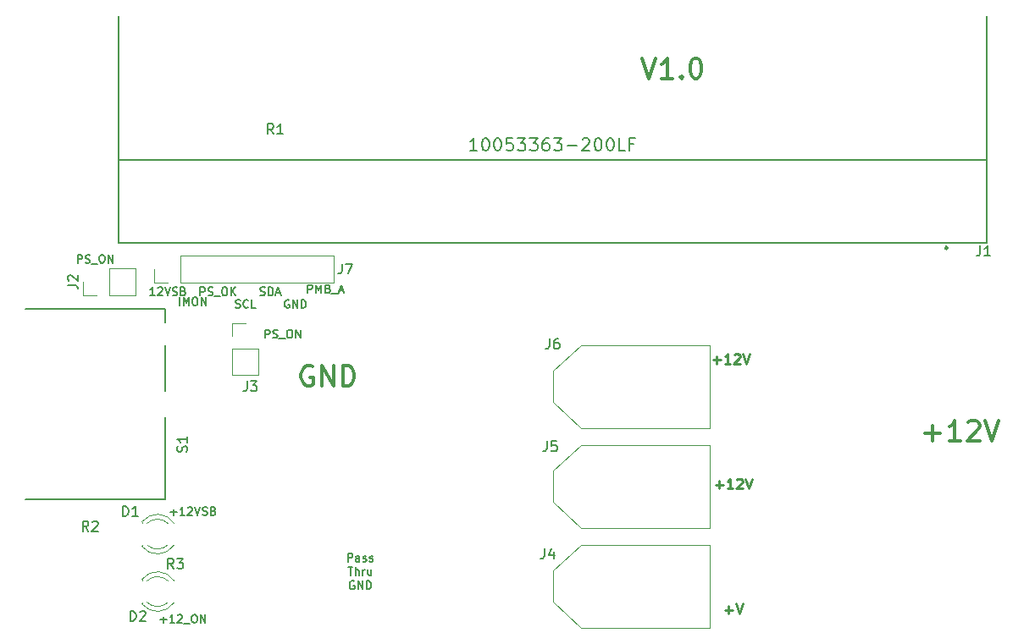
<source format=gbr>
G04 #@! TF.GenerationSoftware,KiCad,Pcbnew,(5.1.6)-1*
G04 #@! TF.CreationDate,2020-09-29T23:02:07-04:00*
G04 #@! TF.ProjectId,HP_power_supply_breakout,48505f70-6f77-4657-925f-737570706c79,rev?*
G04 #@! TF.SameCoordinates,Original*
G04 #@! TF.FileFunction,Legend,Top*
G04 #@! TF.FilePolarity,Positive*
%FSLAX46Y46*%
G04 Gerber Fmt 4.6, Leading zero omitted, Abs format (unit mm)*
G04 Created by KiCad (PCBNEW (5.1.6)-1) date 2020-09-29 23:02:07*
%MOMM*%
%LPD*%
G01*
G04 APERTURE LIST*
%ADD10C,0.152400*%
%ADD11C,0.300000*%
%ADD12C,0.250000*%
%ADD13C,0.150000*%
%ADD14C,0.120000*%
G04 APERTURE END LIST*
D10*
X-24241714Y4382304D02*
X-24241714Y5195104D01*
X-23932076Y5195104D01*
X-23854666Y5156400D01*
X-23815961Y5117695D01*
X-23777257Y5040285D01*
X-23777257Y4924171D01*
X-23815961Y4846761D01*
X-23854666Y4808057D01*
X-23932076Y4769352D01*
X-24241714Y4769352D01*
X-23428914Y4382304D02*
X-23428914Y5195104D01*
X-23157980Y4614533D01*
X-22887047Y5195104D01*
X-22887047Y4382304D01*
X-22229066Y4808057D02*
X-22112952Y4769352D01*
X-22074247Y4730647D01*
X-22035542Y4653238D01*
X-22035542Y4537123D01*
X-22074247Y4459714D01*
X-22112952Y4421009D01*
X-22190361Y4382304D01*
X-22500000Y4382304D01*
X-22500000Y5195104D01*
X-22229066Y5195104D01*
X-22151657Y5156400D01*
X-22112952Y5117695D01*
X-22074247Y5040285D01*
X-22074247Y4962876D01*
X-22112952Y4885466D01*
X-22151657Y4846761D01*
X-22229066Y4808057D01*
X-22500000Y4808057D01*
X-21880723Y4304895D02*
X-21261447Y4304895D01*
X-21106628Y4614533D02*
X-20719580Y4614533D01*
X-21184038Y4382304D02*
X-20913104Y5195104D01*
X-20642171Y4382304D01*
X-26119276Y3656400D02*
X-26196685Y3695104D01*
X-26312800Y3695104D01*
X-26428914Y3656400D01*
X-26506323Y3578990D01*
X-26545028Y3501580D01*
X-26583733Y3346761D01*
X-26583733Y3230647D01*
X-26545028Y3075828D01*
X-26506323Y2998419D01*
X-26428914Y2921009D01*
X-26312800Y2882304D01*
X-26235390Y2882304D01*
X-26119276Y2921009D01*
X-26080571Y2959714D01*
X-26080571Y3230647D01*
X-26235390Y3230647D01*
X-25732228Y2882304D02*
X-25732228Y3695104D01*
X-25267771Y2882304D01*
X-25267771Y3695104D01*
X-24880723Y2882304D02*
X-24880723Y3695104D01*
X-24687200Y3695104D01*
X-24571085Y3656400D01*
X-24493676Y3578990D01*
X-24454971Y3501580D01*
X-24416266Y3346761D01*
X-24416266Y3230647D01*
X-24454971Y3075828D01*
X-24493676Y2998419D01*
X-24571085Y2921009D01*
X-24687200Y2882304D01*
X-24880723Y2882304D01*
X-28986971Y4171009D02*
X-28870857Y4132304D01*
X-28677333Y4132304D01*
X-28599923Y4171009D01*
X-28561219Y4209714D01*
X-28522514Y4287123D01*
X-28522514Y4364533D01*
X-28561219Y4441942D01*
X-28599923Y4480647D01*
X-28677333Y4519352D01*
X-28832152Y4558057D01*
X-28909561Y4596761D01*
X-28948266Y4635466D01*
X-28986971Y4712876D01*
X-28986971Y4790285D01*
X-28948266Y4867695D01*
X-28909561Y4906400D01*
X-28832152Y4945104D01*
X-28638628Y4945104D01*
X-28522514Y4906400D01*
X-28174171Y4132304D02*
X-28174171Y4945104D01*
X-27980647Y4945104D01*
X-27864533Y4906400D01*
X-27787123Y4828990D01*
X-27748419Y4751580D01*
X-27709714Y4596761D01*
X-27709714Y4480647D01*
X-27748419Y4325828D01*
X-27787123Y4248419D01*
X-27864533Y4171009D01*
X-27980647Y4132304D01*
X-28174171Y4132304D01*
X-27400076Y4364533D02*
X-27013028Y4364533D01*
X-27477485Y4132304D02*
X-27206552Y4945104D01*
X-26935619Y4132304D01*
X-31467619Y2921009D02*
X-31351504Y2882304D01*
X-31157980Y2882304D01*
X-31080571Y2921009D01*
X-31041866Y2959714D01*
X-31003161Y3037123D01*
X-31003161Y3114533D01*
X-31041866Y3191942D01*
X-31080571Y3230647D01*
X-31157980Y3269352D01*
X-31312800Y3308057D01*
X-31390209Y3346761D01*
X-31428914Y3385466D01*
X-31467619Y3462876D01*
X-31467619Y3540285D01*
X-31428914Y3617695D01*
X-31390209Y3656400D01*
X-31312800Y3695104D01*
X-31119276Y3695104D01*
X-31003161Y3656400D01*
X-30190361Y2959714D02*
X-30229066Y2921009D01*
X-30345180Y2882304D01*
X-30422590Y2882304D01*
X-30538704Y2921009D01*
X-30616114Y2998419D01*
X-30654819Y3075828D01*
X-30693523Y3230647D01*
X-30693523Y3346761D01*
X-30654819Y3501580D01*
X-30616114Y3578990D01*
X-30538704Y3656400D01*
X-30422590Y3695104D01*
X-30345180Y3695104D01*
X-30229066Y3656400D01*
X-30190361Y3617695D01*
X-29454971Y2882304D02*
X-29842019Y2882304D01*
X-29842019Y3695104D01*
X-34991714Y4132304D02*
X-34991714Y4945104D01*
X-34682076Y4945104D01*
X-34604666Y4906400D01*
X-34565961Y4867695D01*
X-34527257Y4790285D01*
X-34527257Y4674171D01*
X-34565961Y4596761D01*
X-34604666Y4558057D01*
X-34682076Y4519352D01*
X-34991714Y4519352D01*
X-34217619Y4171009D02*
X-34101504Y4132304D01*
X-33907980Y4132304D01*
X-33830571Y4171009D01*
X-33791866Y4209714D01*
X-33753161Y4287123D01*
X-33753161Y4364533D01*
X-33791866Y4441942D01*
X-33830571Y4480647D01*
X-33907980Y4519352D01*
X-34062800Y4558057D01*
X-34140209Y4596761D01*
X-34178914Y4635466D01*
X-34217619Y4712876D01*
X-34217619Y4790285D01*
X-34178914Y4867695D01*
X-34140209Y4906400D01*
X-34062800Y4945104D01*
X-33869276Y4945104D01*
X-33753161Y4906400D01*
X-33598342Y4054895D02*
X-32979066Y4054895D01*
X-32630723Y4945104D02*
X-32475904Y4945104D01*
X-32398495Y4906400D01*
X-32321085Y4828990D01*
X-32282380Y4674171D01*
X-32282380Y4403238D01*
X-32321085Y4248419D01*
X-32398495Y4171009D01*
X-32475904Y4132304D01*
X-32630723Y4132304D01*
X-32708133Y4171009D01*
X-32785542Y4248419D01*
X-32824247Y4403238D01*
X-32824247Y4674171D01*
X-32785542Y4828990D01*
X-32708133Y4906400D01*
X-32630723Y4945104D01*
X-31934038Y4132304D02*
X-31934038Y4945104D01*
X-31469580Y4132304D02*
X-31817923Y4596761D01*
X-31469580Y4945104D02*
X-31934038Y4480647D01*
X-37065961Y3132304D02*
X-37065961Y3945104D01*
X-36678914Y3132304D02*
X-36678914Y3945104D01*
X-36407980Y3364533D01*
X-36137047Y3945104D01*
X-36137047Y3132304D01*
X-35595180Y3945104D02*
X-35440361Y3945104D01*
X-35362952Y3906400D01*
X-35285542Y3828990D01*
X-35246838Y3674171D01*
X-35246838Y3403238D01*
X-35285542Y3248419D01*
X-35362952Y3171009D01*
X-35440361Y3132304D01*
X-35595180Y3132304D01*
X-35672590Y3171009D01*
X-35750000Y3248419D01*
X-35788704Y3403238D01*
X-35788704Y3674171D01*
X-35750000Y3828990D01*
X-35672590Y3906400D01*
X-35595180Y3945104D01*
X-34898495Y3132304D02*
X-34898495Y3945104D01*
X-34434038Y3132304D01*
X-34434038Y3945104D01*
X-39546609Y4132304D02*
X-40011066Y4132304D01*
X-39778838Y4132304D02*
X-39778838Y4945104D01*
X-39856247Y4828990D01*
X-39933657Y4751580D01*
X-40011066Y4712876D01*
X-39236971Y4867695D02*
X-39198266Y4906400D01*
X-39120857Y4945104D01*
X-38927333Y4945104D01*
X-38849923Y4906400D01*
X-38811219Y4867695D01*
X-38772514Y4790285D01*
X-38772514Y4712876D01*
X-38811219Y4596761D01*
X-39275676Y4132304D01*
X-38772514Y4132304D01*
X-38540285Y4945104D02*
X-38269352Y4132304D01*
X-37998419Y4945104D01*
X-37766190Y4171009D02*
X-37650076Y4132304D01*
X-37456552Y4132304D01*
X-37379142Y4171009D01*
X-37340438Y4209714D01*
X-37301733Y4287123D01*
X-37301733Y4364533D01*
X-37340438Y4441942D01*
X-37379142Y4480647D01*
X-37456552Y4519352D01*
X-37611371Y4558057D01*
X-37688780Y4596761D01*
X-37727485Y4635466D01*
X-37766190Y4712876D01*
X-37766190Y4790285D01*
X-37727485Y4867695D01*
X-37688780Y4906400D01*
X-37611371Y4945104D01*
X-37417847Y4945104D01*
X-37301733Y4906400D01*
X-36682457Y4558057D02*
X-36566342Y4519352D01*
X-36527638Y4480647D01*
X-36488933Y4403238D01*
X-36488933Y4287123D01*
X-36527638Y4209714D01*
X-36566342Y4171009D01*
X-36643752Y4132304D01*
X-36953390Y4132304D01*
X-36953390Y4945104D01*
X-36682457Y4945104D01*
X-36605047Y4906400D01*
X-36566342Y4867695D01*
X-36527638Y4790285D01*
X-36527638Y4712876D01*
X-36566342Y4635466D01*
X-36605047Y4596761D01*
X-36682457Y4558057D01*
X-36953390Y4558057D01*
D11*
X9202380Y27845238D02*
X9869047Y25845238D01*
X10535714Y27845238D01*
X12250000Y25845238D02*
X11107142Y25845238D01*
X11678571Y25845238D02*
X11678571Y27845238D01*
X11488095Y27559523D01*
X11297619Y27369047D01*
X11107142Y27273809D01*
X13107142Y26035714D02*
X13202380Y25940476D01*
X13107142Y25845238D01*
X13011904Y25940476D01*
X13107142Y26035714D01*
X13107142Y25845238D01*
X14440476Y27845238D02*
X14630952Y27845238D01*
X14821428Y27750000D01*
X14916666Y27654761D01*
X15011904Y27464285D01*
X15107142Y27083333D01*
X15107142Y26607142D01*
X15011904Y26226190D01*
X14916666Y26035714D01*
X14821428Y25940476D01*
X14630952Y25845238D01*
X14440476Y25845238D01*
X14250000Y25940476D01*
X14154761Y26035714D01*
X14059523Y26226190D01*
X13964285Y26607142D01*
X13964285Y27083333D01*
X14059523Y27464285D01*
X14154761Y27654761D01*
X14250000Y27750000D01*
X14440476Y27845238D01*
X37476190Y-9642857D02*
X39000000Y-9642857D01*
X38238095Y-10404761D02*
X38238095Y-8880952D01*
X41000000Y-10404761D02*
X39857142Y-10404761D01*
X40428571Y-10404761D02*
X40428571Y-8404761D01*
X40238095Y-8690476D01*
X40047619Y-8880952D01*
X39857142Y-8976190D01*
X41761904Y-8595238D02*
X41857142Y-8500000D01*
X42047619Y-8404761D01*
X42523809Y-8404761D01*
X42714285Y-8500000D01*
X42809523Y-8595238D01*
X42904761Y-8785714D01*
X42904761Y-8976190D01*
X42809523Y-9261904D01*
X41666666Y-10404761D01*
X42904761Y-10404761D01*
X43476190Y-8404761D02*
X44142857Y-10404761D01*
X44809523Y-8404761D01*
D12*
X17440476Y-27321428D02*
X18202380Y-27321428D01*
X17821428Y-27702380D02*
X17821428Y-26940476D01*
X18535714Y-26702380D02*
X18869047Y-27702380D01*
X19202380Y-26702380D01*
X16488095Y-14821428D02*
X17250000Y-14821428D01*
X16869047Y-15202380D02*
X16869047Y-14440476D01*
X18250000Y-15202380D02*
X17678571Y-15202380D01*
X17964285Y-15202380D02*
X17964285Y-14202380D01*
X17869047Y-14345238D01*
X17773809Y-14440476D01*
X17678571Y-14488095D01*
X18630952Y-14297619D02*
X18678571Y-14250000D01*
X18773809Y-14202380D01*
X19011904Y-14202380D01*
X19107142Y-14250000D01*
X19154761Y-14297619D01*
X19202380Y-14392857D01*
X19202380Y-14488095D01*
X19154761Y-14630952D01*
X18583333Y-15202380D01*
X19202380Y-15202380D01*
X19488095Y-14202380D02*
X19821428Y-15202380D01*
X20154761Y-14202380D01*
X16238095Y-2321428D02*
X17000000Y-2321428D01*
X16619047Y-2702380D02*
X16619047Y-1940476D01*
X18000000Y-2702380D02*
X17428571Y-2702380D01*
X17714285Y-2702380D02*
X17714285Y-1702380D01*
X17619047Y-1845238D01*
X17523809Y-1940476D01*
X17428571Y-1988095D01*
X18380952Y-1797619D02*
X18428571Y-1750000D01*
X18523809Y-1702380D01*
X18761904Y-1702380D01*
X18857142Y-1750000D01*
X18904761Y-1797619D01*
X18952380Y-1892857D01*
X18952380Y-1988095D01*
X18904761Y-2130952D01*
X18333333Y-2702380D01*
X18952380Y-2702380D01*
X19238095Y-1702380D02*
X19571428Y-2702380D01*
X19904761Y-1702380D01*
D10*
X-28511066Y-117695D02*
X-28511066Y695104D01*
X-28201428Y695104D01*
X-28124019Y656400D01*
X-28085314Y617695D01*
X-28046609Y540285D01*
X-28046609Y424171D01*
X-28085314Y346761D01*
X-28124019Y308057D01*
X-28201428Y269352D01*
X-28511066Y269352D01*
X-27736971Y-78990D02*
X-27620857Y-117695D01*
X-27427333Y-117695D01*
X-27349923Y-78990D01*
X-27311219Y-40285D01*
X-27272514Y37123D01*
X-27272514Y114533D01*
X-27311219Y191942D01*
X-27349923Y230647D01*
X-27427333Y269352D01*
X-27582152Y308057D01*
X-27659561Y346761D01*
X-27698266Y385466D01*
X-27736971Y462876D01*
X-27736971Y540285D01*
X-27698266Y617695D01*
X-27659561Y656400D01*
X-27582152Y695104D01*
X-27388628Y695104D01*
X-27272514Y656400D01*
X-27117695Y-195104D02*
X-26498419Y-195104D01*
X-26150076Y695104D02*
X-25995257Y695104D01*
X-25917847Y656400D01*
X-25840438Y578990D01*
X-25801733Y424171D01*
X-25801733Y153238D01*
X-25840438Y-1580D01*
X-25917847Y-78990D01*
X-25995257Y-117695D01*
X-26150076Y-117695D01*
X-26227485Y-78990D01*
X-26304895Y-1580D01*
X-26343600Y153238D01*
X-26343600Y424171D01*
X-26304895Y578990D01*
X-26227485Y656400D01*
X-26150076Y695104D01*
X-25453390Y-117695D02*
X-25453390Y695104D01*
X-24988933Y-117695D01*
X-24988933Y695104D01*
X-38994876Y-28308057D02*
X-38375600Y-28308057D01*
X-38685238Y-28617695D02*
X-38685238Y-27998419D01*
X-37562800Y-28617695D02*
X-38027257Y-28617695D01*
X-37795028Y-28617695D02*
X-37795028Y-27804895D01*
X-37872438Y-27921009D01*
X-37949847Y-27998419D01*
X-38027257Y-28037123D01*
X-37253161Y-27882304D02*
X-37214457Y-27843600D01*
X-37137047Y-27804895D01*
X-36943523Y-27804895D01*
X-36866114Y-27843600D01*
X-36827409Y-27882304D01*
X-36788704Y-27959714D01*
X-36788704Y-28037123D01*
X-36827409Y-28153238D01*
X-37291866Y-28617695D01*
X-36788704Y-28617695D01*
X-36633885Y-28695104D02*
X-36014609Y-28695104D01*
X-35666266Y-27804895D02*
X-35511447Y-27804895D01*
X-35434038Y-27843600D01*
X-35356628Y-27921009D01*
X-35317923Y-28075828D01*
X-35317923Y-28346761D01*
X-35356628Y-28501580D01*
X-35434038Y-28578990D01*
X-35511447Y-28617695D01*
X-35666266Y-28617695D01*
X-35743676Y-28578990D01*
X-35821085Y-28501580D01*
X-35859790Y-28346761D01*
X-35859790Y-28075828D01*
X-35821085Y-27921009D01*
X-35743676Y-27843600D01*
X-35666266Y-27804895D01*
X-34969580Y-28617695D02*
X-34969580Y-27804895D01*
X-34505123Y-28617695D01*
X-34505123Y-27804895D01*
X-37975523Y-17558057D02*
X-37356247Y-17558057D01*
X-37665885Y-17867695D02*
X-37665885Y-17248419D01*
X-36543447Y-17867695D02*
X-37007904Y-17867695D01*
X-36775676Y-17867695D02*
X-36775676Y-17054895D01*
X-36853085Y-17171009D01*
X-36930495Y-17248419D01*
X-37007904Y-17287123D01*
X-36233809Y-17132304D02*
X-36195104Y-17093600D01*
X-36117695Y-17054895D01*
X-35924171Y-17054895D01*
X-35846761Y-17093600D01*
X-35808057Y-17132304D01*
X-35769352Y-17209714D01*
X-35769352Y-17287123D01*
X-35808057Y-17403238D01*
X-36272514Y-17867695D01*
X-35769352Y-17867695D01*
X-35537123Y-17054895D02*
X-35266190Y-17867695D01*
X-34995257Y-17054895D01*
X-34763028Y-17828990D02*
X-34646914Y-17867695D01*
X-34453390Y-17867695D01*
X-34375980Y-17828990D01*
X-34337276Y-17790285D01*
X-34298571Y-17712876D01*
X-34298571Y-17635466D01*
X-34337276Y-17558057D01*
X-34375980Y-17519352D01*
X-34453390Y-17480647D01*
X-34608209Y-17441942D01*
X-34685619Y-17403238D01*
X-34724323Y-17364533D01*
X-34763028Y-17287123D01*
X-34763028Y-17209714D01*
X-34724323Y-17132304D01*
X-34685619Y-17093600D01*
X-34608209Y-17054895D01*
X-34414685Y-17054895D01*
X-34298571Y-17093600D01*
X-33679295Y-17441942D02*
X-33563180Y-17480647D01*
X-33524476Y-17519352D01*
X-33485771Y-17596761D01*
X-33485771Y-17712876D01*
X-33524476Y-17790285D01*
X-33563180Y-17828990D01*
X-33640590Y-17867695D01*
X-33950228Y-17867695D01*
X-33950228Y-17054895D01*
X-33679295Y-17054895D01*
X-33601885Y-17093600D01*
X-33563180Y-17132304D01*
X-33524476Y-17209714D01*
X-33524476Y-17287123D01*
X-33563180Y-17364533D01*
X-33601885Y-17403238D01*
X-33679295Y-17441942D01*
X-33950228Y-17441942D01*
X-47261066Y7382304D02*
X-47261066Y8195104D01*
X-46951428Y8195104D01*
X-46874019Y8156400D01*
X-46835314Y8117695D01*
X-46796609Y8040285D01*
X-46796609Y7924171D01*
X-46835314Y7846761D01*
X-46874019Y7808057D01*
X-46951428Y7769352D01*
X-47261066Y7769352D01*
X-46486971Y7421009D02*
X-46370857Y7382304D01*
X-46177333Y7382304D01*
X-46099923Y7421009D01*
X-46061219Y7459714D01*
X-46022514Y7537123D01*
X-46022514Y7614533D01*
X-46061219Y7691942D01*
X-46099923Y7730647D01*
X-46177333Y7769352D01*
X-46332152Y7808057D01*
X-46409561Y7846761D01*
X-46448266Y7885466D01*
X-46486971Y7962876D01*
X-46486971Y8040285D01*
X-46448266Y8117695D01*
X-46409561Y8156400D01*
X-46332152Y8195104D01*
X-46138628Y8195104D01*
X-46022514Y8156400D01*
X-45867695Y7304895D02*
X-45248419Y7304895D01*
X-44900076Y8195104D02*
X-44745257Y8195104D01*
X-44667847Y8156400D01*
X-44590438Y8078990D01*
X-44551733Y7924171D01*
X-44551733Y7653238D01*
X-44590438Y7498419D01*
X-44667847Y7421009D01*
X-44745257Y7382304D01*
X-44900076Y7382304D01*
X-44977485Y7421009D01*
X-45054895Y7498419D01*
X-45093600Y7653238D01*
X-45093600Y7924171D01*
X-45054895Y8078990D01*
X-44977485Y8156400D01*
X-44900076Y8195104D01*
X-44203390Y7382304D02*
X-44203390Y8195104D01*
X-43738933Y7382304D01*
X-43738933Y8195104D01*
X-20238552Y-22496095D02*
X-20238552Y-21683295D01*
X-19928914Y-21683295D01*
X-19851504Y-21722000D01*
X-19812800Y-21760704D01*
X-19774095Y-21838114D01*
X-19774095Y-21954228D01*
X-19812800Y-22031638D01*
X-19851504Y-22070342D01*
X-19928914Y-22109047D01*
X-20238552Y-22109047D01*
X-19077409Y-22496095D02*
X-19077409Y-22070342D01*
X-19116114Y-21992933D01*
X-19193523Y-21954228D01*
X-19348342Y-21954228D01*
X-19425752Y-21992933D01*
X-19077409Y-22457390D02*
X-19154819Y-22496095D01*
X-19348342Y-22496095D01*
X-19425752Y-22457390D01*
X-19464457Y-22379980D01*
X-19464457Y-22302571D01*
X-19425752Y-22225161D01*
X-19348342Y-22186457D01*
X-19154819Y-22186457D01*
X-19077409Y-22147752D01*
X-18729066Y-22457390D02*
X-18651657Y-22496095D01*
X-18496838Y-22496095D01*
X-18419428Y-22457390D01*
X-18380723Y-22379980D01*
X-18380723Y-22341276D01*
X-18419428Y-22263866D01*
X-18496838Y-22225161D01*
X-18612952Y-22225161D01*
X-18690361Y-22186457D01*
X-18729066Y-22109047D01*
X-18729066Y-22070342D01*
X-18690361Y-21992933D01*
X-18612952Y-21954228D01*
X-18496838Y-21954228D01*
X-18419428Y-21992933D01*
X-18071085Y-22457390D02*
X-17993676Y-22496095D01*
X-17838857Y-22496095D01*
X-17761447Y-22457390D01*
X-17722742Y-22379980D01*
X-17722742Y-22341276D01*
X-17761447Y-22263866D01*
X-17838857Y-22225161D01*
X-17954971Y-22225161D01*
X-18032380Y-22186457D01*
X-18071085Y-22109047D01*
X-18071085Y-22070342D01*
X-18032380Y-21992933D01*
X-17954971Y-21954228D01*
X-17838857Y-21954228D01*
X-17761447Y-21992933D01*
X-20219200Y-23054895D02*
X-19754742Y-23054895D01*
X-19986971Y-23867695D02*
X-19986971Y-23054895D01*
X-19483809Y-23867695D02*
X-19483809Y-23054895D01*
X-19135466Y-23867695D02*
X-19135466Y-23441942D01*
X-19174171Y-23364533D01*
X-19251580Y-23325828D01*
X-19367695Y-23325828D01*
X-19445104Y-23364533D01*
X-19483809Y-23403238D01*
X-18748419Y-23867695D02*
X-18748419Y-23325828D01*
X-18748419Y-23480647D02*
X-18709714Y-23403238D01*
X-18671009Y-23364533D01*
X-18593600Y-23325828D01*
X-18516190Y-23325828D01*
X-17896914Y-23325828D02*
X-17896914Y-23867695D01*
X-18245257Y-23325828D02*
X-18245257Y-23751580D01*
X-18206552Y-23828990D01*
X-18129142Y-23867695D01*
X-18013028Y-23867695D01*
X-17935619Y-23828990D01*
X-17896914Y-23790285D01*
X-19619276Y-24465200D02*
X-19696685Y-24426495D01*
X-19812800Y-24426495D01*
X-19928914Y-24465200D01*
X-20006323Y-24542609D01*
X-20045028Y-24620019D01*
X-20083733Y-24774838D01*
X-20083733Y-24890952D01*
X-20045028Y-25045771D01*
X-20006323Y-25123180D01*
X-19928914Y-25200590D01*
X-19812800Y-25239295D01*
X-19735390Y-25239295D01*
X-19619276Y-25200590D01*
X-19580571Y-25161885D01*
X-19580571Y-24890952D01*
X-19735390Y-24890952D01*
X-19232228Y-25239295D02*
X-19232228Y-24426495D01*
X-18767771Y-25239295D01*
X-18767771Y-24426495D01*
X-18380723Y-25239295D02*
X-18380723Y-24426495D01*
X-18187200Y-24426495D01*
X-18071085Y-24465200D01*
X-17993676Y-24542609D01*
X-17954971Y-24620019D01*
X-17916266Y-24774838D01*
X-17916266Y-24890952D01*
X-17954971Y-25045771D01*
X-17993676Y-25123180D01*
X-18071085Y-25200590D01*
X-18187200Y-25239295D01*
X-18380723Y-25239295D01*
D11*
X-23773809Y-3000000D02*
X-23964285Y-2904761D01*
X-24250000Y-2904761D01*
X-24535714Y-3000000D01*
X-24726190Y-3190476D01*
X-24821428Y-3380952D01*
X-24916666Y-3761904D01*
X-24916666Y-4047619D01*
X-24821428Y-4428571D01*
X-24726190Y-4619047D01*
X-24535714Y-4809523D01*
X-24250000Y-4904761D01*
X-24059523Y-4904761D01*
X-23773809Y-4809523D01*
X-23678571Y-4714285D01*
X-23678571Y-4047619D01*
X-24059523Y-4047619D01*
X-22821428Y-4904761D02*
X-22821428Y-2904761D01*
X-21678571Y-4904761D01*
X-21678571Y-2904761D01*
X-20726190Y-4904761D02*
X-20726190Y-2904761D01*
X-20250000Y-2904761D01*
X-19964285Y-3000000D01*
X-19773809Y-3190476D01*
X-19678571Y-3380952D01*
X-19583333Y-3761904D01*
X-19583333Y-4047619D01*
X-19678571Y-4428571D01*
X-19773809Y-4619047D01*
X-19964285Y-4809523D01*
X-20250000Y-4904761D01*
X-20726190Y-4904761D01*
D13*
X-52500000Y2750000D02*
X-38500000Y2750000D01*
X-52500000Y-16250000D02*
X-38500000Y-16250000D01*
X-38500000Y2750000D02*
X-38500000Y1450000D01*
X-38500000Y-8050000D02*
X-38500000Y-16250000D01*
X-38500000Y-850000D02*
X-38500000Y-5450000D01*
X-43200000Y17655000D02*
X-43200000Y9360000D01*
X43620000Y17655000D02*
X43620000Y9360000D01*
D12*
X39705000Y8890000D02*
G75*
G03*
X39705000Y8890000I-125000J0D01*
G01*
D13*
X43620000Y32055000D02*
X43620000Y17655000D01*
X43620000Y17655000D02*
X-43200000Y17655000D01*
X-43200000Y32055000D02*
X-43200000Y17655000D01*
X43620000Y9360000D02*
X-43200000Y9360000D01*
D14*
X-39580000Y5420000D02*
X-39580000Y6750000D01*
X-38250000Y5420000D02*
X-39580000Y5420000D01*
X-36980000Y5420000D02*
X-36980000Y8080000D01*
X-36980000Y8080000D02*
X-21680000Y8080000D01*
X-36980000Y5420000D02*
X-21680000Y5420000D01*
X-21680000Y5420000D02*
X-21680000Y8080000D01*
X250000Y-6550000D02*
X3100000Y-9150000D01*
X3100000Y-850000D02*
X250000Y-3400000D01*
X15950000Y-9150000D02*
X15950000Y-850000D01*
X3100000Y-9150000D02*
X15950000Y-9150000D01*
X250000Y-3400000D02*
X250000Y-6550000D01*
X15950000Y-850000D02*
X3100000Y-850000D01*
X250000Y-16550000D02*
X3100000Y-19150000D01*
X3100000Y-10850000D02*
X250000Y-13400000D01*
X15950000Y-19150000D02*
X15950000Y-10850000D01*
X3100000Y-19150000D02*
X15950000Y-19150000D01*
X250000Y-13400000D02*
X250000Y-16550000D01*
X15950000Y-10850000D02*
X3100000Y-10850000D01*
X250000Y-26550000D02*
X3100000Y-29150000D01*
X3100000Y-20850000D02*
X250000Y-23400000D01*
X15950000Y-29150000D02*
X15950000Y-20850000D01*
X3100000Y-29150000D02*
X15950000Y-29150000D01*
X250000Y-23400000D02*
X250000Y-26550000D01*
X15950000Y-20850000D02*
X3100000Y-20850000D01*
X-31830000Y-3830000D02*
X-29170000Y-3830000D01*
X-31830000Y-1230000D02*
X-31830000Y-3830000D01*
X-29170000Y-1230000D02*
X-29170000Y-3830000D01*
X-31830000Y-1230000D02*
X-29170000Y-1230000D01*
X-31830000Y40000D02*
X-31830000Y1370000D01*
X-31830000Y1370000D02*
X-30500000Y1370000D01*
X-40830000Y-24264000D02*
X-40830000Y-24420000D01*
X-40830000Y-26580000D02*
X-40830000Y-26736000D01*
X-38228870Y-26579837D02*
G75*
G02*
X-40310961Y-26580000I-1041130J1079837D01*
G01*
X-38228870Y-24420163D02*
G75*
G03*
X-40310961Y-24420000I-1041130J-1079837D01*
G01*
X-37597665Y-26578608D02*
G75*
G02*
X-40830000Y-26735516I-1672335J1078608D01*
G01*
X-37597665Y-24421392D02*
G75*
G03*
X-40830000Y-24264484I-1672335J-1078608D01*
G01*
X-40830000Y-18514000D02*
X-40830000Y-18670000D01*
X-40830000Y-20830000D02*
X-40830000Y-20986000D01*
X-38228870Y-20829837D02*
G75*
G02*
X-40310961Y-20830000I-1041130J1079837D01*
G01*
X-38228870Y-18670163D02*
G75*
G03*
X-40310961Y-18670000I-1041130J-1079837D01*
G01*
X-37597665Y-20828608D02*
G75*
G02*
X-40830000Y-20985516I-1672335J1078608D01*
G01*
X-37597665Y-18671392D02*
G75*
G03*
X-40830000Y-18514484I-1672335J-1078608D01*
G01*
X-46695000Y4170000D02*
X-46695000Y5500000D01*
X-45365000Y4170000D02*
X-46695000Y4170000D01*
X-44095000Y4170000D02*
X-44095000Y6830000D01*
X-44095000Y6830000D02*
X-41495000Y6830000D01*
X-44095000Y4170000D02*
X-41495000Y4170000D01*
X-41495000Y4170000D02*
X-41495000Y6830000D01*
D13*
X-36345238Y-11511904D02*
X-36297619Y-11369047D01*
X-36297619Y-11130952D01*
X-36345238Y-11035714D01*
X-36392857Y-10988095D01*
X-36488095Y-10940476D01*
X-36583333Y-10940476D01*
X-36678571Y-10988095D01*
X-36726190Y-11035714D01*
X-36773809Y-11130952D01*
X-36821428Y-11321428D01*
X-36869047Y-11416666D01*
X-36916666Y-11464285D01*
X-37011904Y-11511904D01*
X-37107142Y-11511904D01*
X-37202380Y-11464285D01*
X-37250000Y-11416666D01*
X-37297619Y-11321428D01*
X-37297619Y-11083333D01*
X-37250000Y-10940476D01*
X-36297619Y-9988095D02*
X-36297619Y-10559523D01*
X-36297619Y-10273809D02*
X-37297619Y-10273809D01*
X-37154761Y-10369047D01*
X-37059523Y-10464285D01*
X-37011904Y-10559523D01*
X42977023Y9107619D02*
X42977023Y8393333D01*
X42929404Y8250476D01*
X42834166Y8155238D01*
X42691309Y8107619D01*
X42596071Y8107619D01*
X43977023Y8107619D02*
X43405595Y8107619D01*
X43691309Y8107619D02*
X43691309Y9107619D01*
X43596071Y8964761D01*
X43500833Y8869523D01*
X43405595Y8821904D01*
X-7319285Y18605476D02*
X-8045000Y18605476D01*
X-7682142Y18605476D02*
X-7682142Y19875476D01*
X-7803095Y19694047D01*
X-7924047Y19573095D01*
X-8045000Y19512619D01*
X-6533095Y19875476D02*
X-6412142Y19875476D01*
X-6291190Y19815000D01*
X-6230714Y19754523D01*
X-6170238Y19633571D01*
X-6109761Y19391666D01*
X-6109761Y19089285D01*
X-6170238Y18847380D01*
X-6230714Y18726428D01*
X-6291190Y18665952D01*
X-6412142Y18605476D01*
X-6533095Y18605476D01*
X-6654047Y18665952D01*
X-6714523Y18726428D01*
X-6775000Y18847380D01*
X-6835476Y19089285D01*
X-6835476Y19391666D01*
X-6775000Y19633571D01*
X-6714523Y19754523D01*
X-6654047Y19815000D01*
X-6533095Y19875476D01*
X-5323571Y19875476D02*
X-5202619Y19875476D01*
X-5081666Y19815000D01*
X-5021190Y19754523D01*
X-4960714Y19633571D01*
X-4900238Y19391666D01*
X-4900238Y19089285D01*
X-4960714Y18847380D01*
X-5021190Y18726428D01*
X-5081666Y18665952D01*
X-5202619Y18605476D01*
X-5323571Y18605476D01*
X-5444523Y18665952D01*
X-5505000Y18726428D01*
X-5565476Y18847380D01*
X-5625952Y19089285D01*
X-5625952Y19391666D01*
X-5565476Y19633571D01*
X-5505000Y19754523D01*
X-5444523Y19815000D01*
X-5323571Y19875476D01*
X-3751190Y19875476D02*
X-4355952Y19875476D01*
X-4416428Y19270714D01*
X-4355952Y19331190D01*
X-4235000Y19391666D01*
X-3932619Y19391666D01*
X-3811666Y19331190D01*
X-3751190Y19270714D01*
X-3690714Y19149761D01*
X-3690714Y18847380D01*
X-3751190Y18726428D01*
X-3811666Y18665952D01*
X-3932619Y18605476D01*
X-4235000Y18605476D01*
X-4355952Y18665952D01*
X-4416428Y18726428D01*
X-3267380Y19875476D02*
X-2481190Y19875476D01*
X-2904523Y19391666D01*
X-2723095Y19391666D01*
X-2602142Y19331190D01*
X-2541666Y19270714D01*
X-2481190Y19149761D01*
X-2481190Y18847380D01*
X-2541666Y18726428D01*
X-2602142Y18665952D01*
X-2723095Y18605476D01*
X-3085952Y18605476D01*
X-3206904Y18665952D01*
X-3267380Y18726428D01*
X-2057857Y19875476D02*
X-1271666Y19875476D01*
X-1695000Y19391666D01*
X-1513571Y19391666D01*
X-1392619Y19331190D01*
X-1332142Y19270714D01*
X-1271666Y19149761D01*
X-1271666Y18847380D01*
X-1332142Y18726428D01*
X-1392619Y18665952D01*
X-1513571Y18605476D01*
X-1876428Y18605476D01*
X-1997380Y18665952D01*
X-2057857Y18726428D01*
X-183095Y19875476D02*
X-425000Y19875476D01*
X-545952Y19815000D01*
X-606428Y19754523D01*
X-727380Y19573095D01*
X-787857Y19331190D01*
X-787857Y18847380D01*
X-727380Y18726428D01*
X-666904Y18665952D01*
X-545952Y18605476D01*
X-304047Y18605476D01*
X-183095Y18665952D01*
X-122619Y18726428D01*
X-62142Y18847380D01*
X-62142Y19149761D01*
X-122619Y19270714D01*
X-183095Y19331190D01*
X-304047Y19391666D01*
X-545952Y19391666D01*
X-666904Y19331190D01*
X-727380Y19270714D01*
X-787857Y19149761D01*
X361190Y19875476D02*
X1147380Y19875476D01*
X724047Y19391666D01*
X905476Y19391666D01*
X1026428Y19331190D01*
X1086904Y19270714D01*
X1147380Y19149761D01*
X1147380Y18847380D01*
X1086904Y18726428D01*
X1026428Y18665952D01*
X905476Y18605476D01*
X542619Y18605476D01*
X421666Y18665952D01*
X361190Y18726428D01*
X1691666Y19089285D02*
X2659285Y19089285D01*
X3203571Y19754523D02*
X3264047Y19815000D01*
X3385000Y19875476D01*
X3687380Y19875476D01*
X3808333Y19815000D01*
X3868809Y19754523D01*
X3929285Y19633571D01*
X3929285Y19512619D01*
X3868809Y19331190D01*
X3143095Y18605476D01*
X3929285Y18605476D01*
X4715476Y19875476D02*
X4836428Y19875476D01*
X4957380Y19815000D01*
X5017857Y19754523D01*
X5078333Y19633571D01*
X5138809Y19391666D01*
X5138809Y19089285D01*
X5078333Y18847380D01*
X5017857Y18726428D01*
X4957380Y18665952D01*
X4836428Y18605476D01*
X4715476Y18605476D01*
X4594523Y18665952D01*
X4534047Y18726428D01*
X4473571Y18847380D01*
X4413095Y19089285D01*
X4413095Y19391666D01*
X4473571Y19633571D01*
X4534047Y19754523D01*
X4594523Y19815000D01*
X4715476Y19875476D01*
X5925000Y19875476D02*
X6045952Y19875476D01*
X6166904Y19815000D01*
X6227380Y19754523D01*
X6287857Y19633571D01*
X6348333Y19391666D01*
X6348333Y19089285D01*
X6287857Y18847380D01*
X6227380Y18726428D01*
X6166904Y18665952D01*
X6045952Y18605476D01*
X5925000Y18605476D01*
X5804047Y18665952D01*
X5743571Y18726428D01*
X5683095Y18847380D01*
X5622619Y19089285D01*
X5622619Y19391666D01*
X5683095Y19633571D01*
X5743571Y19754523D01*
X5804047Y19815000D01*
X5925000Y19875476D01*
X7497380Y18605476D02*
X6892619Y18605476D01*
X6892619Y19875476D01*
X8344047Y19270714D02*
X7920714Y19270714D01*
X7920714Y18605476D02*
X7920714Y19875476D01*
X8525476Y19875476D01*
X-20833333Y7297619D02*
X-20833333Y6583333D01*
X-20880952Y6440476D01*
X-20976190Y6345238D01*
X-21119047Y6297619D01*
X-21214285Y6297619D01*
X-20452380Y7297619D02*
X-19785714Y7297619D01*
X-20214285Y6297619D01*
X-83333Y-202380D02*
X-83333Y-916666D01*
X-130952Y-1059523D01*
X-226190Y-1154761D01*
X-369047Y-1202380D01*
X-464285Y-1202380D01*
X821428Y-202380D02*
X630952Y-202380D01*
X535714Y-250000D01*
X488095Y-297619D01*
X392857Y-440476D01*
X345238Y-630952D01*
X345238Y-1011904D01*
X392857Y-1107142D01*
X440476Y-1154761D01*
X535714Y-1202380D01*
X726190Y-1202380D01*
X821428Y-1154761D01*
X869047Y-1107142D01*
X916666Y-1011904D01*
X916666Y-773809D01*
X869047Y-678571D01*
X821428Y-630952D01*
X726190Y-583333D01*
X535714Y-583333D01*
X440476Y-630952D01*
X392857Y-678571D01*
X345238Y-773809D01*
X-333333Y-10452380D02*
X-333333Y-11166666D01*
X-380952Y-11309523D01*
X-476190Y-11404761D01*
X-619047Y-11452380D01*
X-714285Y-11452380D01*
X619047Y-10452380D02*
X142857Y-10452380D01*
X95238Y-10928571D01*
X142857Y-10880952D01*
X238095Y-10833333D01*
X476190Y-10833333D01*
X571428Y-10880952D01*
X619047Y-10928571D01*
X666666Y-11023809D01*
X666666Y-11261904D01*
X619047Y-11357142D01*
X571428Y-11404761D01*
X476190Y-11452380D01*
X238095Y-11452380D01*
X142857Y-11404761D01*
X95238Y-11357142D01*
X-583333Y-21202380D02*
X-583333Y-21916666D01*
X-630952Y-22059523D01*
X-726190Y-22154761D01*
X-869047Y-22202380D01*
X-964285Y-22202380D01*
X321428Y-21535714D02*
X321428Y-22202380D01*
X83333Y-21154761D02*
X-154761Y-21869047D01*
X464285Y-21869047D01*
X-37666666Y-23202380D02*
X-38000000Y-22726190D01*
X-38238095Y-23202380D02*
X-38238095Y-22202380D01*
X-37857142Y-22202380D01*
X-37761904Y-22250000D01*
X-37714285Y-22297619D01*
X-37666666Y-22392857D01*
X-37666666Y-22535714D01*
X-37714285Y-22630952D01*
X-37761904Y-22678571D01*
X-37857142Y-22726190D01*
X-38238095Y-22726190D01*
X-37333333Y-22202380D02*
X-36714285Y-22202380D01*
X-37047619Y-22583333D01*
X-36904761Y-22583333D01*
X-36809523Y-22630952D01*
X-36761904Y-22678571D01*
X-36714285Y-22773809D01*
X-36714285Y-23011904D01*
X-36761904Y-23107142D01*
X-36809523Y-23154761D01*
X-36904761Y-23202380D01*
X-37190476Y-23202380D01*
X-37285714Y-23154761D01*
X-37333333Y-23107142D01*
X-46166666Y-19452380D02*
X-46500000Y-18976190D01*
X-46738095Y-19452380D02*
X-46738095Y-18452380D01*
X-46357142Y-18452380D01*
X-46261904Y-18500000D01*
X-46214285Y-18547619D01*
X-46166666Y-18642857D01*
X-46166666Y-18785714D01*
X-46214285Y-18880952D01*
X-46261904Y-18928571D01*
X-46357142Y-18976190D01*
X-46738095Y-18976190D01*
X-45785714Y-18547619D02*
X-45738095Y-18500000D01*
X-45642857Y-18452380D01*
X-45404761Y-18452380D01*
X-45309523Y-18500000D01*
X-45261904Y-18547619D01*
X-45214285Y-18642857D01*
X-45214285Y-18738095D01*
X-45261904Y-18880952D01*
X-45833333Y-19452380D01*
X-45214285Y-19452380D01*
X-30333333Y-4452380D02*
X-30333333Y-5166666D01*
X-30380952Y-5309523D01*
X-30476190Y-5404761D01*
X-30619047Y-5452380D01*
X-30714285Y-5452380D01*
X-29952380Y-4452380D02*
X-29333333Y-4452380D01*
X-29666666Y-4833333D01*
X-29523809Y-4833333D01*
X-29428571Y-4880952D01*
X-29380952Y-4928571D01*
X-29333333Y-5023809D01*
X-29333333Y-5261904D01*
X-29380952Y-5357142D01*
X-29428571Y-5404761D01*
X-29523809Y-5452380D01*
X-29809523Y-5452380D01*
X-29904761Y-5404761D01*
X-29952380Y-5357142D01*
X-41988095Y-28452380D02*
X-41988095Y-27452380D01*
X-41750000Y-27452380D01*
X-41607142Y-27500000D01*
X-41511904Y-27595238D01*
X-41464285Y-27690476D01*
X-41416666Y-27880952D01*
X-41416666Y-28023809D01*
X-41464285Y-28214285D01*
X-41511904Y-28309523D01*
X-41607142Y-28404761D01*
X-41750000Y-28452380D01*
X-41988095Y-28452380D01*
X-41035714Y-27547619D02*
X-40988095Y-27500000D01*
X-40892857Y-27452380D01*
X-40654761Y-27452380D01*
X-40559523Y-27500000D01*
X-40511904Y-27547619D01*
X-40464285Y-27642857D01*
X-40464285Y-27738095D01*
X-40511904Y-27880952D01*
X-41083333Y-28452380D01*
X-40464285Y-28452380D01*
X-42738095Y-17952380D02*
X-42738095Y-16952380D01*
X-42500000Y-16952380D01*
X-42357142Y-17000000D01*
X-42261904Y-17095238D01*
X-42214285Y-17190476D01*
X-42166666Y-17380952D01*
X-42166666Y-17523809D01*
X-42214285Y-17714285D01*
X-42261904Y-17809523D01*
X-42357142Y-17904761D01*
X-42500000Y-17952380D01*
X-42738095Y-17952380D01*
X-41214285Y-17952380D02*
X-41785714Y-17952380D01*
X-41500000Y-17952380D02*
X-41500000Y-16952380D01*
X-41595238Y-17095238D01*
X-41690476Y-17190476D01*
X-41785714Y-17238095D01*
X-48242619Y5166666D02*
X-47528333Y5166666D01*
X-47385476Y5119047D01*
X-47290238Y5023809D01*
X-47242619Y4880952D01*
X-47242619Y4785714D01*
X-48147380Y5595238D02*
X-48195000Y5642857D01*
X-48242619Y5738095D01*
X-48242619Y5976190D01*
X-48195000Y6071428D01*
X-48147380Y6119047D01*
X-48052142Y6166666D01*
X-47956904Y6166666D01*
X-47814047Y6119047D01*
X-47242619Y5547619D01*
X-47242619Y6166666D01*
X-27666666Y20297619D02*
X-28000000Y20773809D01*
X-28238095Y20297619D02*
X-28238095Y21297619D01*
X-27857142Y21297619D01*
X-27761904Y21250000D01*
X-27714285Y21202380D01*
X-27666666Y21107142D01*
X-27666666Y20964285D01*
X-27714285Y20869047D01*
X-27761904Y20821428D01*
X-27857142Y20773809D01*
X-28238095Y20773809D01*
X-26714285Y20297619D02*
X-27285714Y20297619D01*
X-27000000Y20297619D02*
X-27000000Y21297619D01*
X-27095238Y21154761D01*
X-27190476Y21059523D01*
X-27285714Y21011904D01*
M02*

</source>
